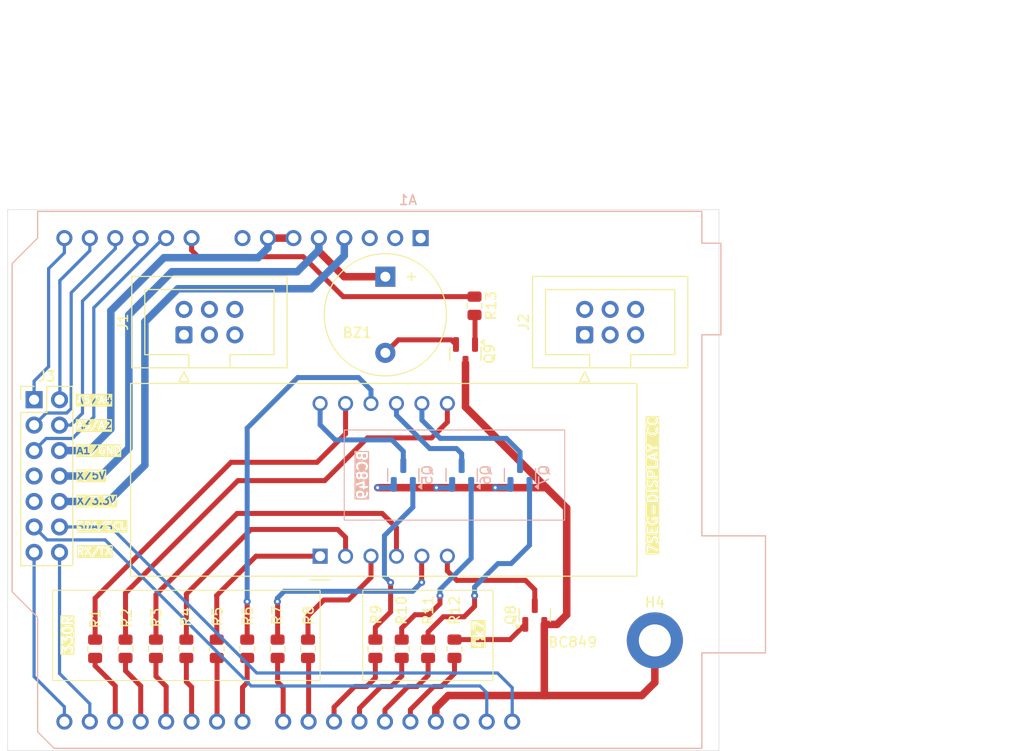
<source format=kicad_pcb>
(kicad_pcb (version 20240108) (generator "pcbnew") (generator_version "8.0")
  (layers (0 "F.Cu" signal) (31 "B.Cu" signal) (34 "B.Paste" user) (35 "F.Paste" user) (36 "B.SilkS" user "B.Silkscreen") (37 "F.SilkS" user "F.Silkscreen") (38 "B.Mask" user) (39 "F.Mask" user) (44 "Edge.Cuts" user))
  (net 0 "")
  (net 1 "/S_E")
  (net 3 "/D3")
  (net 4 "GND")
  (net 5 "/S_F")
  (net 7 "/S_G")
  (net 8 "/D1")
  (net 9 "/D2")
  (net 10 "/S_D")
  (net 11 "+5V")
  (net 13 "/S_DP")
  (net 15 "/S_C")
  (net 16 "/S_A")
  (net 17 "/S_B")
  (net 18 "/D4")
  (net 32 "Net-(U1-a)")
  (net 33 "Net-(U1-b)")
  (net 34 "Net-(U1-c)")
  (net 35 "Net-(U1-d)")
  (net 36 "Net-(U1-e)")
  (net 37 "Net-(U1-f)")
  (net 38 "Net-(U1-g)")
  (net 39 "Net-(U1-DPX)")
  (net 40 "Net-(Q5-B)")
  (net 41 "Net-(Q5-C)")
  (net 42 "Net-(Q6-B)")
  (net 43 "Net-(Q6-C)")
  (net 44 "Net-(Q7-C)")
  (net 45 "Net-(Q7-B)")
  (net 46 "Net-(Q8-B)")
  (net 47 "Net-(Q8-C)")
  (net 50 "/SDA")
  (net 51 "/SCL")
  (net 52 "/TX")
  (net 53 "/RX")
  (net 54 "/BUZZ")
  (net 55 "/A1")
  (net 56 "/A5")
  (net 57 "/A3")
  (net 58 "/A4")
  (net 59 "/A2")
  (net 60 "+3.3V")
  (net 61 "Net-(BZ1--)")
  (net 62 "Net-(Q9-B)")
  (footprint "Display_7Segment:CC56-12YWA" (layer "F.Cu") (at 148.59 88.5952 90)
    (property "Reference" "7SEG-DISPLAY CC" (at 7.0952 33.21 90) (layer "F.SilkS" knockout))
    (property "Value" "CC56-12YWA")
    (pad "1" thru_hole rect (at 0 0 90) (size 1.5 1.5) (drill 1) (layers "*.Cu" "*.Mask") (net 36 "Net-(U1-e)"))
    (pad "2" thru_hole circle (at 0 2.54 90) (size 1.5 1.5) (drill 1) (layers "*.Cu" "*.Mask") (net 35 "Net-(U1-d)"))
    (pad "3" thru_hole circle (at 0 5.08 90) (size 1.5 1.5) (drill 1) (layers "*.Cu" "*.Mask") (net 39 "Net-(U1-DPX)"))
    (pad "4" thru_hole circle (at 0 7.62 90) (size 1.5 1.5) (drill 1) (layers "*.Cu" "*.Mask") (net 34 "Net-(U1-c)"))
    (pad "5" thru_hole circle (at 0 10.16 90) (size 1.5 1.5) (drill 1) (layers "*.Cu" "*.Mask") (net 38 "Net-(U1-g)"))
    (pad "6" thru_hole circle (at 0 12.7 90) (size 1.5 1.5) (drill 1) (layers "*.Cu" "*.Mask") (net 47 "Net-(Q8-C)"))
    (pad "7" thru_hole circle (at 15.24 12.7 90) (size 1.5 1.5) (drill 1) (layers "*.Cu" "*.Mask") (net 33 "Net-(U1-b)"))
    (pad "8" thru_hole circle (at 15.24 10.16 90) (size 1.5 1.5) (drill 1) (layers "*.Cu" "*.Mask") (net 44 "Net-(Q7-C)"))
    (pad "9" thru_hole circle (at 15.24 7.62 90) (size 1.5 1.5) (drill 1) (layers "*.Cu" "*.Mask") (net 43 "Net-(Q6-C)"))
    (pad "10" thru_hole circle (at 15.24 5.08 90) (size 1.5 1.5) (drill 1) (layers "*.Cu" "*.Mask") (net 37 "Net-(U1-f)"))
    (pad "11" thru_hole circle (at 15.24 2.54 90) (size 1.5 1.5) (drill 1) (layers "*.Cu" "*.Mask") (net 32 "Net-(U1-a)"))
    (pad "12" thru_hole circle (at 15.24 0 90) (size 1.5 1.5) (drill 1) (layers "*.Cu" "*.Mask") (net 41 "Net-(Q5-C)"))
  )
  (footprint "Resistor_SMD:R_0805_2012Metric" (layer "F.Cu") (at 162.00175 97.8333 -90)
    (property "Reference" "R12" (at -3.8375 -0.025 90) (layer "F.SilkS"))
    (property "Value" "4k7" (at -1.4403 -2.43785 90) (layer "F.SilkS" knockout) (effects (font (thickness 0.2) (bold yes))))
    (pad "1" smd roundrect (at -0.9125 0 270) (size 1.025 1.4) (layers "F.Cu" "F.Paste" "F.Mask") (roundrect_rratio 0.243902) (net 46 "Net-(Q8-B)"))
    (pad "2" smd roundrect (at 0.9125 0 270) (size 1.025 1.4) (layers "F.Cu" "F.Paste" "F.Mask") (roundrect_rratio 0.243902) (net 18 "/D4"))
  )
  (footprint "Buzzer_Beeper:Buzzer_12x9.5RM7.6" (layer "F.Cu") (at 155.1 60.7 -90)
    (property "Reference" "BZ1" (at 5.6 2.8 180) (layer "F.SilkS"))
    (property "Value" "Buzzer CMI-1295-0585T")
    (fp_text user "+" (at -0.01 -2.54 90) (layer "F.SilkS"))
    (pad "1" thru_hole rect (at 0 0 270) (size 2 2) (drill 1) (layers "*.Cu" "*.Mask") (net 11 "+5V"))
    (pad "2" thru_hole circle (at 7.6 0 270) (size 2 2) (drill 1) (layers "*.Cu" "*.Mask") (net 61 "Net-(BZ1--)"))
  )
  (footprint "Connector_PinHeader_2.54mm:PinHeader_2x07_P2.54mm_Vertical" (layer "F.Cu") (at 120.0404 72.9742)
    (property "Reference" "J3" (at 1.27 -2.33 0) (layer "F.SilkS"))
    (property "Value" "Conn_01x14")
    (pad "1" thru_hole rect (at 0 0) (size 1.7 1.7) (drill 1) (layers "*.Cu" "*.Mask") (net 56 "/A5"))
    (pad "2" thru_hole oval (at 2.54 0) (size 1.7 1.7) (drill 1) (layers "*.Cu" "*.Mask") (net 58 "/A4"))
    (pad "3" thru_hole oval (at 0 2.54) (size 1.7 1.7) (drill 1) (layers "*.Cu" "*.Mask") (net 57 "/A3"))
    (pad "4" thru_hole oval (at 2.54 2.54) (size 1.7 1.7) (drill 1) (layers "*.Cu" "*.Mask") (net 59 "/A2"))
    (pad "5" thru_hole oval (at 0 5.08) (size 1.7 1.7) (drill 1) (layers "*.Cu" "*.Mask") (net 55 "/A1"))
    (pad "6" thru_hole oval (at 2.54 5.08) (size 1.7 1.7) (drill 1) (layers "*.Cu" "*.Mask") (net 4 "GND"))
    (pad "7" thru_hole oval (at 0 7.62) (size 1.7 1.7) (drill 1) (layers "*.Cu" "*.Mask"))
    (pad "8" thru_hole oval (at 2.54 7.62) (size 1.7 1.7) (drill 1) (layers "*.Cu" "*.Mask") (net 11 "+5V"))
    (pad "9" thru_hole oval (at 0 10.16) (size 1.7 1.7) (drill 1) (layers "*.Cu" "*.Mask"))
    (pad "10" thru_hole oval (at 2.54 10.16) (size 1.7 1.7) (drill 1) (layers "*.Cu" "*.Mask") (net 60 "+3.3V"))
    (pad "11" thru_hole oval (at 0 12.7) (size 1.7 1.7) (drill 1) (layers "*.Cu" "*.Mask") (net 50 "/SDA"))
    (pad "12" thru_hole oval (at 2.54 12.7) (size 1.7 1.7) (drill 1) (layers "*.Cu" "*.Mask") (net 51 "/SCL"))
    (pad "13" thru_hole oval (at 0 15.24) (size 1.7 1.7) (drill 1) (layers "*.Cu" "*.Mask") (net 53 "/RX"))
    (pad "14" thru_hole oval (at 2.54 15.24) (size 1.7 1.7) (drill 1) (layers "*.Cu" "*.Mask") (net 52 "/TX"))
  )
  (footprint "Resistor_SMD:R_0805_2012Metric" (layer "F.Cu") (at 126.13205 97.8375 90)
    (property "Reference" "R1" (at 3.0125 0.025 90) (layer "F.SilkS"))
    (property "Value" "330R" (at 1.3937 -2.72065 90) (layer "F.SilkS" knockout) (effects (font (thickness 0.2) (bold yes))))
    (pad "1" smd roundrect (at -0.9125 0 90) (size 1.025 1.4) (layers "F.Cu" "F.Paste" "F.Mask") (roundrect_rratio 0.243902) (net 16 "/S_A"))
    (pad "2" smd roundrect (at 0.9125 0 90) (size 1.025 1.4) (layers "F.Cu" "F.Paste" "F.Mask") (roundrect_rratio 0.243902) (net 32 "Net-(U1-a)"))
  )
  (footprint "Resistor_SMD:R_0805_2012Metric" (layer "F.Cu") (at 129.167766 97.8375 90)
    (property "Reference" "R2" (at 3.0625 0.110716 90) (layer "F.SilkS"))
    (property "Value" "330R" (hide yes))
    (pad "1" smd roundrect (at -0.9125 0 90) (size 1.025 1.4) (layers "F.Cu" "F.Paste" "F.Mask") (roundrect_rratio 0.243902) (net 17 "/S_B"))
    (pad "2" smd roundrect (at 0.9125 0 90) (size 1.025 1.4) (layers "F.Cu" "F.Paste" "F.Mask") (roundrect_rratio 0.243902) (net 33 "Net-(U1-b)"))
  )
  (footprint "Connector_IDC:IDC-Header_2x03_P2.54mm_Vertical" (layer "F.Cu") (at 135 66.5 90)
    (property "Reference" "J1" (at 1.27 -6.1 90) (layer "F.SilkS"))
    (property "Value" "Conn_02x03_Odd_Even")
    (pad "1" thru_hole roundrect (at 0 0 90) (size 1.7 1.7) (drill 1) (layers "*.Cu" "*.Mask") (roundrect_rratio 0.147059))
    (pad "2" thru_hole circle (at 2.54 0 90) (size 1.7 1.7) (drill 1) (layers "*.Cu" "*.Mask"))
    (pad "3" thru_hole circle (at 0 2.54 90) (size 1.7 1.7) (drill 1) (layers "*.Cu" "*.Mask"))
    (pad "4" thru_hole circle (at 2.54 2.54 90) (size 1.7 1.7) (drill 1) (layers "*.Cu" "*.Mask"))
    (pad "5" thru_hole circle (at 0 5.08 90) (size 1.7 1.7) (drill 1) (layers "*.Cu" "*.Mask"))
    (pad "6" thru_hole circle (at 2.54 5.08 90) (size 1.7 1.7) (drill 1) (layers "*.Cu" "*.Mask"))
  )
  (footprint "Resistor_SMD:R_0805_2012Metric" (layer "F.Cu") (at 138.274908 97.8375 90)
    (property "Reference" "R5" (at 3.2125 0.067858 90) (layer "F.SilkS"))
    (property "Value" "330R" (hide yes))
    (pad "1" smd roundrect (at -0.9125 0 90) (size 1.025 1.4) (layers "F.Cu" "F.Paste" "F.Mask") (roundrect_rratio 0.243902) (net 1 "/S_E"))
    (pad "2" smd roundrect (at 0.9125 0 90) (size 1.025 1.4) (layers "F.Cu" "F.Paste" "F.Mask") (roundrect_rratio 0.243902) (net 36 "Net-(U1-e)"))
  )
  (footprint "Resistor_SMD:R_0805_2012Metric" (layer "F.Cu") (at 147.38205 97.8375 90)
    (property "Reference" "R8" (at 3.3375 0.05 90) (layer "F.SilkS"))
    (property "Value" "330R" (hide yes))
    (pad "1" smd roundrect (at -0.9125 0 90) (size 1.025 1.4) (layers "F.Cu" "F.Paste" "F.Mask") (roundrect_rratio 0.243902) (net 13 "/S_DP"))
    (pad "2" smd roundrect (at 0.9125 0 90) (size 1.025 1.4) (layers "F.Cu" "F.Paste" "F.Mask") (roundrect_rratio 0.243902) (net 39 "Net-(U1-DPX)"))
  )
  (footprint "Resistor_SMD:R_0805_2012Metric" (layer "F.Cu") (at 156.735084 97.8333 -90)
    (property "Reference" "R10" (at -3.8375 0.016666 90) (layer "F.SilkS"))
    (property "Value" "4k7" (hide yes))
    (pad "1" smd roundrect (at -0.9125 0 270) (size 1.025 1.4) (layers "F.Cu" "F.Paste" "F.Mask") (roundrect_rratio 0.243902) (net 42 "Net-(Q6-B)"))
    (pad "2" smd roundrect (at 0.9125 0 270) (size 1.025 1.4) (layers "F.Cu" "F.Paste" "F.Mask") (roundrect_rratio 0.243902) (net 9 "/D2"))
  )
  (footprint "Package_TO_SOT_SMD:SOT-23" (layer "F.Cu") (at 163.1 68.4 -90)
    (property "Reference" "Q9" (at 0 -2.4 90) (layer "F.SilkS"))
    (property "Value" "BC849")
    (pad "1" smd roundrect (at -0.9375 -0.95 270) (size 1.475 0.6) (layers "F.Cu" "F.Paste" "F.Mask") (net 62 "Net-(Q9-B)"))
    (pad "2" smd roundrect (at -0.9375 0.95 270) (size 1.475 0.6) (layers "F.Cu" "F.Paste" "F.Mask") (net 61 "Net-(BZ1--)"))
    (pad "3" smd roundrect (at 0.9375 0 270) (size 1.475 0.6) (layers "F.Cu" "F.Paste" "F.Mask") (net 4 "GND"))
  )
  (footprint "Resistor_SMD:R_0805_2012Metric" (layer "F.Cu") (at 132.20348 97.8375 90)
    (property "Reference" "R3" (at 3.1125 0.02143 90) (layer "F.SilkS"))
    (property "Value" "330R" (hide yes))
    (pad "1" smd roundrect (at -0.9125 0 90) (size 1.025 1.4) (layers "F.Cu" "F.Paste" "F.Mask") (roundrect_rratio 0.243902) (net 15 "/S_C"))
    (pad "2" smd roundrect (at 0.9125 0 90) (size 1.025 1.4) (layers "F.Cu" "F.Paste" "F.Mask") (roundrect_rratio 0.243902) (net 34 "Net-(U1-c)"))
  )
  (footprint "Connector_IDC:IDC-Header_2x03_P2.54mm_Vertical" (layer "F.Cu") (at 175 66.5 90)
    (property "Reference" "J2" (at 1.27 -6.1 90) (layer "F.SilkS"))
    (property "Value" "Conn_02x03_Odd_Even")
    (pad "1" thru_hole roundrect (at 0 0 90) (size 1.7 1.7) (drill 1) (layers "*.Cu" "*.Mask") (roundrect_rratio 0.147059))
    (pad "2" thru_hole circle (at 2.54 0 90) (size 1.7 1.7) (drill 1) (layers "*.Cu" "*.Mask"))
    (pad "3" thru_hole circle (at 0 2.54 90) (size 1.7 1.7) (drill 1) (layers "*.Cu" "*.Mask"))
    (pad "4" thru_hole circle (at 2.54 2.54 90) (size 1.7 1.7) (drill 1) (layers "*.Cu" "*.Mask"))
    (pad "5" thru_hole circle (at 0 5.08 90) (size 1.7 1.7) (drill 1) (layers "*.Cu" "*.Mask"))
    (pad "6" thru_hole circle (at 2.54 5.08 90) (size 1.7 1.7) (drill 1) (layers "*.Cu" "*.Mask"))
  )
  (footprint "Resistor_SMD:R_0805_2012Metric" (layer "F.Cu") (at 144.346336 97.8375 90)
    (property "Reference" "R7" (at 3.3375 -0.035714 90) (layer "F.SilkS"))
    (property "Value" "330R" (hide yes))
    (pad "1" smd roundrect (at -0.9125 0 90) (size 1.025 1.4) (layers "F.Cu" "F.Paste" "F.Mask") (roundrect_rratio 0.243902) (net 7 "/S_G"))
    (pad "2" smd roundrect (at 0.9125 0 90) (size 1.025 1.4) (layers "F.Cu" "F.Paste" "F.Mask") (roundrect_rratio 0.243902) (net 38 "Net-(U1-g)"))
  )
  (footprint "Resistor_SMD:R_0805_2012Metric" (layer "F.Cu") (at 141.310622 97.8375 90)
    (property "Reference" "R6" (at 3.2625 0.053572 90) (layer "F.SilkS"))
    (property "Value" "330R" (hide yes))
    (pad "1" smd roundrect (at -0.9125 0 90) (size 1.025 1.4) (layers "F.Cu" "F.Paste" "F.Mask") (roundrect_rratio 0.243902) (net 5 "/S_F"))
    (pad "2" smd roundrect (at 0.9125 0 90) (size 1.025 1.4) (layers "F.Cu" "F.Paste" "F.Mask") (roundrect_rratio 0.243902) (net 37 "Net-(U1-f)"))
  )
  (footprint "Resistor_SMD:R_0805_2012Metric" (layer "F.Cu") (at 135.239194 97.8375 90)
    (property "Reference" "R4" (at 3.1875 -0.017856 90) (layer "F.SilkS"))
    (property "Value" "330R" (hide yes))
    (pad "1" smd roundrect (at -0.9125 0 90) (size 1.025 1.4) (layers "F.Cu" "F.Paste" "F.Mask") (roundrect_rratio 0.243902) (net 10 "/S_D"))
    (pad "2" smd roundrect (at 0.9125 0 90) (size 1.025 1.4) (layers "F.Cu" "F.Paste" "F.Mask") (roundrect_rratio 0.243902) (net 35 "Net-(U1-d)"))
  )
  (footprint "Resistor_SMD:R_0805_2012Metric" (layer "F.Cu") (at 159.368417 97.8333 -90)
    (property "Reference" "R11" (at -3.8375 0.008333 90) (layer "F.SilkS"))
    (property "Value" "4k7" (hide yes))
    (pad "1" smd roundrect (at -0.9125 0 270) (size 1.025 1.4) (layers "F.Cu" "F.Paste" "F.Mask") (roundrect_rratio 0.243902) (net 45 "Net-(Q7-B)"))
    (pad "2" smd roundrect (at 0.9125 0 270) (size 1.025 1.4) (layers "F.Cu" "F.Paste" "F.Mask") (roundrect_rratio 0.243902) (net 3 "/D3"))
  )
  (footprint "Resistor_SMD:R_0805_2012Metric" (layer "F.Cu") (at 164 63.6 -90)
    (property "Reference" "R13" (at 0 -1.65 90) (layer "F.SilkS"))
    (property "Value" "4k7")
    (pad "1" smd roundrect (at -0.9125 0 270) (size 1.025 1.4) (layers "F.Cu" "F.Paste" "F.Mask") (roundrect_rratio 0.243902) (net 54 "/BUZZ"))
    (pad "2" smd roundrect (at 0.9125 0 270) (size 1.025 1.4) (layers "F.Cu" "F.Paste" "F.Mask") (roundrect_rratio 0.243902) (net 62 "Net-(Q9-B)"))
  )
  (footprint "Package_TO_SOT_SMD:SOT-23" (layer "F.Cu") (at 170.0174 94.4649 90)
    (property "Reference" "Q8" (at 0 -2.4 90) (layer "F.SilkS"))
    (property "Value" "BC849" (at -2.7155 3.7694 180) (layer "F.SilkS"))
    (pad "1" smd roundrect (at -0.9375 -0.95 90) (size 1.475 0.6) (layers "F.Cu" "F.Paste" "F.Mask") (net 46 "Net-(Q8-B)"))
    (pad "2" smd roundrect (at -0.9375 0.95 90) (size 1.475 0.6) (layers "F.Cu" "F.Paste" "F.Mask") (net 4 "GND"))
    (pad "3" smd roundrect (at 0.9375 0 90) (size 1.475 0.6) (layers "F.Cu" "F.Paste" "F.Mask") (net 47 "Net-(Q8-C)"))
  )
  (footprint "Resistor_SMD:R_0805_2012Metric" (layer "F.Cu") (at 154.10175 97.8333 -90)
    (property "Reference" "R9" (at -3.4125 -0.075 90) (layer "F.SilkS"))
    (property "Value" "4k7" (hide yes))
    (pad "1" smd roundrect (at -0.9125 0 270) (size 1.025 1.4) (layers "F.Cu" "F.Paste" "F.Mask") (roundrect_rratio 0.243902) (net 40 "Net-(Q5-B)"))
    (pad "2" smd roundrect (at 0.9125 0 270) (size 1.025 1.4) (layers "F.Cu" "F.Paste" "F.Mask") (roundrect_rratio 0.243902) (net 8 "/D1"))
  )
  (footprint "MountingHole:MountingHole_3.2mm_M3_DIN965_Pad" (layer "F.Cu") (at 182 97)
    (property "Reference" "H4" (at 0 -3.8 0) (layer "F.SilkS"))
    (property "Value" "MountingHole_Pad")
    (pad "1" thru_hole circle (at 0 0) (size 5.6 5.6) (drill 3.2) (layers "*.Cu" "*.Mask") (net 4 "GND"))
  )
  (footprint "Package_TO_SOT_SMD:SOT-23" (layer "B.Cu") (at 156.8931 80.4926 90)
    (property "Reference" "Q5" (at 0 2.4 90) (layer "B.SilkS") (effects (justify mirror)))
    (property "Value" "BC849" (at 0 -4.075 90) (layer "B.SilkS" knockout) (effects (font (thickness 0.2) (bold yes)) (justify mirror)))
    (pad "1" smd roundrect (at -0.9375 0.95 90) (size 1.475 0.6) (layers "B.Cu" "B.Paste" "B.Mask") (net 40 "Net-(Q5-B)"))
    (pad "2" smd roundrect (at -0.9375 -0.95 90) (size 1.475 0.6) (layers "B.Cu" "B.Paste" "B.Mask") (net 4 "GND"))
    (pad "3" smd roundrect (at 0.9375 0 90) (size 1.475 0.6) (layers "B.Cu" "B.Paste" "B.Mask") (net 41 "Net-(Q5-C)"))
  )
  (footprint "Module:Arduino_UNO_R3" (layer "B.Cu") (at 158.623 56.8452 180)
    (property "Reference" "A1" (at 1.27 3.81 0) (layer "B.SilkS") (effects (justify mirror)))
    (property "Value" "Arduino_UNO_R3")
    (pad "1" thru_hole rect (at 0 0 90) (size 1.6 1.6) (drill 1) (layers "*.Cu" "*.Mask"))
    (pad "2" thru_hole oval (at 2.54 0 90) (size 1.6 1.6) (drill 1) (layers "*.Cu" "*.Mask"))
    (pad "3" thru_hole oval (at 5.08 0 90) (size 1.6 1.6) (drill 1) (layers "*.Cu" "*.Mask"))
    (pad "4" thru_hole oval (at 7.62 0 90) (size 1.6 1.6) (drill 1) (layers "*.Cu" "*.Mask") (net 60 "+3.3V"))
    (pad "5" thru_hole oval (at 10.16 0 90) (size 1.6 1.6) (drill 1) (layers "*.Cu" "*.Mask") (net 11 "+5V"))
    (pad "6" thru_hole oval (at 12.7 0 90) (size 1.6 1.6) (drill 1) (layers "*.Cu" "*.Mask") (net 4 "GND"))
    (pad "7" thru_hole oval (at 15.24 0 90) (size 1.6 1.6) (drill 1) (layers "*.Cu" "*.Mask") (net 4 "GND"))
    (pad "8" thru_hole oval (at 17.78 0 90) (size 1.6 1.6) (drill 1) (layers "*.Cu" "*.Mask"))
    (pad "9" thru_hole oval (at 22.86 0 90) (size 1.6 1.6) (drill 1) (layers "*.Cu" "*.Mask") (net 54 "/BUZZ"))
    (pad "10" thru_hole oval (at 25.4 0 90) (size 1.6 1.6) (drill 1) (layers "*.Cu" "*.Mask") (net 55 "/A1"))
    (pad "11" thru_hole oval (at 27.94 0 90) (size 1.6 1.6) (drill 1) (layers "*.Cu" "*.Mask") (net 59 "/A2"))
    (pad "12" thru_hole oval (at 30.48 0 90) (size 1.6 1.6) (drill 1) (layers "*.Cu" "*.Mask") (net 57 "/A3"))
    (pad "13" thru_hole oval (at 33.02 0 90) (size 1.6 1.6) (drill 1) (layers "*.Cu" "*.Mask") (net 58 "/A4"))
    (pad "14" thru_hole oval (at 35.56 0 90) (size 1.6 1.6) (drill 1) (layers "*.Cu" "*.Mask") (net 56 "/A5"))
    (pad "15" thru_hole oval (at 35.56 -48.26 90) (size 1.6 1.6) (drill 1) (layers "*.Cu" "*.Mask") (net 53 "/RX"))
    (pad "16" thru_hole oval (at 33.02 -48.26 90) (size 1.6 1.6) (drill 1) (layers "*.Cu" "*.Mask") (net 52 "/TX"))
    (pad "17" thru_hole oval (at 30.48 -48.26 90) (size 1.6 1.6) (drill 1) (layers "*.Cu" "*.Mask") (net 16 "/S_A"))
    (pad "18" thru_hole oval (at 27.94 -48.26 90) (size 1.6 1.6) (drill 1) (layers "*.Cu" "*.Mask") (net 17 "/S_B"))
    (pad "19" thru_hole oval (at 25.4 -48.26 90) (size 1.6 1.6) (drill 1) (layers "*.Cu" "*.Mask") (net 15 "/S_C"))
    (pad "20" thru_hole oval (at 22.86 -48.26 90) (size 1.6 1.6) (drill 1) (layers "*.Cu" "*.Mask") (net 10 "/S_D"))
    (pad "21" thru_hole oval (at 20.32 -48.26 90) (size 1.6 1.6) (drill 1) (layers "*.Cu" "*.Mask") (net 1 "/S_E"))
    (pad "22" thru_hole oval (at 17.78 -48.26 90) (size 1.6 1.6) (drill 1) (layers "*.Cu" "*.Mask") (net 5 "/S_F"))
    (pad "23" thru_hole oval (at 13.72 -48.26 90) (size 1.6 1.6) (drill 1) (layers "*.Cu" "*.Mask") (net 7 "/S_G"))
    (pad "24" thru_hole oval (at 11.18 -48.26 90) (size 1.6 1.6) (drill 1) (layers "*.Cu" "*.Mask") (net 13 "/S_DP"))
    (pad "25" thru_hole oval (at 8.64 -48.26 90) (size 1.6 1.6) (drill 1) (layers "*.Cu" "*.Mask") (net 8 "/D1"))
    (pad "26" thru_hole oval (at 6.1 -48.26 90) (size 1.6 1.6) (drill 1) (layers "*.Cu" "*.Mask") (net 9 "/D2"))
    (pad "27" thru_hole oval (at 3.56 -48.26 90) (size 1.6 1.6) (drill 1) (layers "*.Cu" "*.Mask") (net 3 "/D3"))
    (pad "28" thru_hole oval (at 1.02 -48.26 90) (size 1.6 1.6) (drill 1) (layers "*.Cu" "*.Mask") (net 18 "/D4"))
    (pad "29" thru_hole oval (at -1.52 -48.26 90) (size 1.6 1.6) (drill 1) (layers "*.Cu" "*.Mask") (net 4 "GND"))
    (pad "30" thru_hole oval (at -4.06 -48.26 90) (size 1.6 1.6) (drill 1) (layers "*.Cu" "*.Mask"))
    (pad "31" thru_hole oval (at -6.6 -48.26 90) (size 1.6 1.6) (drill 1) (layers "*.Cu" "*.Mask") (net 50 "/SDA"))
    (pad "32" thru_hole oval (at -9.14 -48.26 90) (size 1.6 1.6) (drill 1) (layers "*.Cu" "*.Mask") (net 51 "/SCL"))
  )
  (footprint "Package_TO_SOT_SMD:SOT-23" (layer "B.Cu") (at 168.5431 80.4926 90)
    (property "Reference" "Q7" (at 0 2.4 90) (layer "B.SilkS") (effects (justify mirror)))
    (property "Value" "BC849" (hide yes))
    (pad "1" smd roundrect (at -0.9375 0.95 90) (size 1.475 0.6) (layers "B.Cu" "B.Paste" "B.Mask") (net 45 "Net-(Q7-B)"))
    (pad "2" smd roundrect (at -0.9375 -0.95 90) (size 1.475 0.6) (layers "B.Cu" "B.Paste" "B.Mask") (net 4 "GND"))
    (pad "3" smd roundrect (at 0.9375 0 90) (size 1.475 0.6) (layers "B.Cu" "B.Paste" "B.Mask") (net 44 "Net-(Q7-C)"))
  )
  (footprint "Package_TO_SOT_SMD:SOT-23" (layer "B.Cu") (at 162.7181 80.4926 90)
    (property "Reference" "Q6" (at 0 2.4 90) (layer "B.SilkS") (effects (justify mirror)))
    (property "Value" "BC849" (hide yes))
    (pad "1" smd roundrect (at -0.9375 0.95 90) (size 1.475 0.6) (layers "B.Cu" "B.Paste" "B.Mask") (net 42 "Net-(Q6-B)"))
    (pad "2" smd roundrect (at -0.9375 -0.95 90) (size 1.475 0.6) (layers "B.Cu" "B.Paste" "B.Mask") (net 4 "GND"))
    (pad "3" smd roundrect (at 0.9375 0 90) (size 1.475 0.6) (layers "B.Cu" "B.Paste" "B.Mask") (net 43 "Net-(Q6-C)"))
  )
  (gr_rect (start 151 76) (end 173 85) (stroke (width 0.1)) (fill none) (layer "B.SilkS"))
  (gr_rect (start 121.89 92) (end 148.59 101) (stroke (width 0.1)) (fill none) (layer "F.SilkS"))
  (gr_rect (start 152.8438 91.9958) (end 165.8438 100.9958) (stroke (width 0.1)) (fill none) (layer "F.SilkS"))
  (gr_line (start 188.4 54) (end 117.4 54) (stroke (width 0.05)) (layer "Edge.Cuts"))
  (gr_line (start 117.4 54) (end 117.4 108) (stroke (width 0.05)) (layer "Edge.Cuts"))
  (gr_line (start 188.4 108) (end 188.4 54) (stroke (width 0.05)) (layer "Edge.Cuts"))
  (gr_line (start 117.4 108) (end 188.4 108) (stroke (width 0.05)) (layer "Edge.Cuts"))
  (gr_text "X/3.3V" (at 124.2 83.5 0) (layer "F.SilkS" knockout) (effects (font (size 0.75 0.75) (thickness 0.15) (bold yes)) (justify left bottom)))
  (gr_text "A5/A4" (at 124.2 73.433336 0) (layer "F.SilkS" knockout) (effects (font (size 0.75 0.75) (thickness 0.15) (bold yes)) (justify left bottom)))
  (gr_text "X/5V" (at 124.2 80.983334 0) (layer "F.SilkS" knockout) (effects (font (size 0.75 0.75) (thickness 0.15) (bold yes)) (justify left bottom)))
  (gr_text "A3/A2" (at 124.2 75.950002 0) (layer "F.SilkS" knockout) (effects (font (size 0.75 0.75) (thickness 0.15) (bold yes)) (justify left bottom)))
  (gr_text "RX/TX" (at 124.2 88.533336 0) (layer "F.SilkS" knockout) (effects (font (size 0.75 0.75) (thickness 0.15) (bold yes)) (justify left bottom)))
  (gr_text "A1/GND" (at 124.2 78.466668 0) (layer "F.SilkS" knockout) (effects (font (size 0.75 0.75) (thickness 0.15) (bold yes)) (justify left bottom)))
  (gr_text "SDA/SCL" (at 124.2 86.016666 0) (layer "F.SilkS" knockout) (effects (font (size 0.75 0.75) (thickness 0.15) (bold yes)) (justify left bottom)))
  (segment (start 138.303 105.1052) (end 138.303 98.778092) (width 0.5) (layer "F.Cu") (net 1))
  (segment (start 138.303 98.778092) (end 138.274908 98.75) (width 0.5) (layer "F.Cu") (net 1))
  (segment (start 159.368417 100.498983) (end 159.368417 98.7458) (width 0.5) (layer "F.Cu") (net 3))
  (segment (start 155.063 103.9154) (end 157.3784 101.6) (width 0.5) (layer "F.Cu") (net 3))
  (segment (start 155.063 105.1052) (end 155.063 103.9154) (width 0.5) (layer "F.Cu") (net 3))
  (segment (start 157.3784 101.6) (end 158.2674 101.6) (width 0.5) (layer "F.Cu") (net 3))
  (segment (start 158.2674 101.6) (end 159.368417 100.498983) (width 0.5) (layer "F.Cu") (net 3))
  (segment (start 170.9784 102.5) (end 180.7 102.5) (width 0.75) (layer "F.Cu") (net 4))
  (segment (start 173.2026 83.7946) (end 173.2026 94.4372) (width 0.75) (layer "F.Cu") (net 4))
  (segment (start 172.2374 95.4024) (end 170.9674 95.4024) (width 0.75) (layer "F.Cu") (net 4))
  (segment (start 171.1631 81.7551) (end 171.1551 81.7551) (width 0.75) (layer "F.Cu") (net 4))
  (segment (start 173.2026 94.4372) (end 172.2374 95.4024) (width 0.75) (layer "F.Cu") (net 4))
  (segment (start 170.9564 102.5) (end 170.9674 102.489) (width 0.75) (layer "F.Cu") (net 4))
  (segment (start 143.383 56.8452) (end 145.923 56.8452) (width 0.75) (layer "F.Cu") (net 4))
  (segment (start 171.1551 81.7551) (end 163.1 73.7) (width 0.75) (layer "F.Cu") (net 4))
  (segment (start 160.143 103.7376) (end 161.3806 102.5) (width 0.75) (layer "F.Cu") (net 4))
  (segment (start 172.1612 82.7532) (end 171.1631 81.7551) (width 0.75) (layer "F.Cu") (net 4))
  (segment (start 161.3806 102.5) (end 170.9564 102.5) (width 0.75) (layer "F.Cu") (net 4))
  (segment (start 172.1612 82.7532) (end 173.2026 83.7946) (width 0.75) (layer "F.Cu") (net 4))
  (segment (start 171.1631 81.7551) (end 166.0681 81.7551) (width 0.75) (layer "F.Cu") (net 4))
  (segment (start 160.19925 81.7551) (end 166.0681 81.7551) (width 0.75) (layer "F.Cu") (net 4))
  (segment (start 180.7 102.5) (end 182 101.2) (width 0.75) (layer "F.Cu") (net 4))
  (segment (start 182 101.2) (end 182 97) (width 0.75) (layer "F.Cu") (net 4))
  (segment (start 154.3304 81.7551) (end 160.19925 81.7551) (width 0.75) (layer "F.Cu") (net 4))
  (segment (start 163.1 73.7) (end 163.1 69.3375) (width 0.75) (layer "F.Cu") (net 4))
  (segment (start 170.9674 102.489) (end 170.9784 102.5) (width 0.75) (layer "F.Cu") (net 4))
  (segment (start 160.143 105.1052) (end 160.143 103.7376) (width 0.75) (layer "F.Cu") (net 4))
  (segment (start 170.9674 95.4024) (end 170.9674 102.489) (width 0.75) (layer "F.Cu") (net 4))
  (via (at 166.0681 81.7551) (size 0.7) (drill 0.3) (layers "F.Cu" "B.Cu") (net 4))
  (via (at 154.3304 81.7551) (size 0.7) (drill 0.3) (layers "F.Cu" "B.Cu") (net 4))
  (via (at 160.19925 81.7551) (size 0.7) (drill 0.3) (layers "F.Cu" "B.Cu") (net 4))
  (segment (start 127.7 64.1) (end 127.7 75.9) (width 0.75) (layer "B.Cu") (net 4))
  (segment (start 143.383 57.817) (end 142.4 58.8) (width 0.75) (layer "B.Cu") (net 4))
  (segment (start 155.6181 81.7551) (end 155.9431 81.4301) (width 0.5) (layer "B.Cu") (net 4))
  (segment (start 161.4431 81.7551) (end 161.7681 81.4301) (width 0.5) (layer "B.Cu") (net 4))
  (segment (start 166.0681 81.7551) (end 167.2681 81.7551) (width 0.5) (layer "B.Cu") (net 4))
  (segment (start 133 58.8) (end 127.7 64.1) (width 0.75) (layer "B.Cu") (net 4))
  (segment (start 125.5458 78.0542) (end 122.5804 78.0542) (width 0.75) (layer "B.Cu") (net 4))
  (segment (start 142.4 58.8) (end 133 58.8) (width 0.75) (layer "B.Cu") (net 4))
  (segment (start 160.19925 81.7551) (end 161.4431 81.7551) (width 0.5) (layer "B.Cu") (net 4))
  (segment (start 143.383 56.8452) (end 143.383 57.817) (width 0.75) (layer "B.Cu") (net 4))
  (segment (start 127.7 75.9) (end 125.5458 78.0542) (width 0.75) (layer "B.Cu") (net 4))
  (segment (start 154.3304 81.7551) (end 155.6181 81.7551) (width 0.5) (layer "B.Cu") (net 4))
  (segment (start 167.2681 81.7551) (end 167.5931 81.4301) (width 0.5) (layer "B.Cu") (net 4))
  (segment (start 140.843 101.6889) (end 141.310622 101.221278) (width 0.5) (layer "F.Cu") (net 5))
  (segment (start 141.310622 101.221278) (end 141.310622 98.75) (width 0.5) (layer "F.Cu") (net 5))
  (segment (start 140.843 105.1052) (end 140.843 101.6889) (width 0.5) (layer "F.Cu") (net 5))
  (segment (start 144.903 101.703) (end 144.346336 101.146336) (width 0.5) (layer "F.Cu") (net 7))
  (segment (start 144.346336 101.146336) (end 144.346336 98.75) (width 0.5) (layer "F.Cu") (net 7))
  (segment (start 144.903 105.1052) (end 144.903 101.703) (width 0.5) (layer "F.Cu") (net 7))
  (segment (start 154.10175 100.73645) (end 154.10175 98.7458) (width 0.5) (layer "F.Cu") (net 8))
  (segment (start 149.983 103.6614) (end 152.0444 101.6) (width 0.5) (layer "F.Cu") (net 8))
  (segment (start 153.2382 101.6) (end 154.10175 100.73645) (width 0.5) (layer "F.Cu") (net 8))
  (segment (start 149.983 105.1052) (end 149.983 103.6614) (width 0.5) (layer "F.Cu") (net 8))
  (segment (start 152.0444 101.6) (end 153.2382 101.6) (width 0.5) (layer "F.Cu") (net 8))
  (segment (start 152.523 103.763) (end 154.686 101.6) (width 0.5) (layer "F.Cu") (net 9))
  (segment (start 154.686 101.6) (end 155.702 101.6) (width 0.5) (layer "F.Cu") (net 9))
  (segment (start 152.523 105.1052) (end 152.523 103.763) (width 0.5) (layer "F.Cu") (net 9))
  (segment (start 155.702 101.6) (end 156.735084 100.566916) (width 0.5) (layer "F.Cu") (net 9))
  (segment (start 156.735084 100.566916) (end 156.735084 98.7458) (width 0.5) (layer "F.Cu") (net 9))
  (segment (start 135.239194 101.126994) (end 135.239194 98.75) (width 0.5) (layer "F.Cu") (net 10))
  (segment (start 135.763 105.1052) (end 135.763 101.6508) (width 0.5) (layer "F.Cu") (net 10))
  (segment (start 135.763 101.6508) (end 135.239194 101.126994) (width 0.5) (layer "F.Cu") (net 10))
  (segment (start 151 60.7) (end 155.1 60.7) (width 0.75) (layer "F.Cu") (net 11))
  (segment (start 148.463 58.163) (end 151 60.7) (width 0.75) (layer "F.Cu") (net 11))
  (segment (start 148.463 56.8452) (end 148.463 58.163) (width 0.75) (layer "F.Cu") (net 11))
  (segment (start 133.8 60.2) (end 129.5 64.5) (width 0.75) (layer "B.Cu") (net 11))
  (segment (start 148.463 56.8452) (end 148.463 58.037) (width 0.75) (layer "B.Cu") (net 11))
  (segment (start 129.5 77.8) (end 126.7058 80.5942) (width 0.75) (layer "B.Cu") (net 11))
  (segment (start 129.5 64.5) (end 129.5 77.8) (width 0.75) (layer "B.Cu") (net 11))
  (segment (start 148.463 58.037) (end 146.3 60.2) (width 0.75) (layer "B.Cu") (net 11))
  (segment (start 146.3 60.2) (end 133.8 60.2) (width 0.75) (layer "B.Cu") (net 11))
  (segment (start 126.7058 80.5942) (end 122.5804 80.5942) (width 0.75) (layer "B.Cu") (net 11))
  (segment (start 147.443 98.81095) (end 147.38205 98.75) (width 0.5) (layer "F.Cu") (net 13))
  (segment (start 147.443 105.1052) (end 147.443 98.81095) (width 0.5) (layer "F.Cu") (net 13))
  (segment (start 133.223 101.6) (end 132.20348 100.58048) (width 0.5) (layer "F.Cu") (net 15))
  (segment (start 132.20348 100.58048) (end 132.20348 98.75) (width 0.5) (layer "F.Cu") (net 15))
  (segment (start 133.223 105.1052) (end 133.223 101.6) (width 0.5) (layer "F.Cu") (net 15))
  (segment (start 128.143 101.5492) (end 126.13205 99.53825) (width 0.5) (layer "F.Cu") (net 16))
  (segment (start 128.143 105.1052) (end 128.143 101.5492) (width 0.5) (layer "F.Cu") (net 16))
  (segment (start 126.13205 99.53825) (end 126.13205 98.75) (width 0.5) (layer "F.Cu") (net 16))
  (segment (start 130.683 105.1052) (end 130.683 101.5492) (width 0.5) (layer "F.Cu") (net 17))
  (segment (start 130.683 101.5492) (end 129.167766 100.033966) (width 0.5) (layer "F.Cu") (net 17))
  (segment (start 129.167766 100.033966) (end 129.167766 98.75) (width 0.5) (layer "F.Cu") (net 17))
  (segment (start 162.00175 100.30405) (end 162.00175 98.7458) (width 0.5) (layer "F.Cu") (net 18))
  (segment (start 157.603 105.1052) (end 157.603 103.9154) (width 0.5) (layer "F.Cu") (net 18))
  (segment (start 159.9184 101.6) (end 160.7058 101.6) (width 0.5) (layer "F.Cu") (net 18))
  (segment (start 157.603 103.9154) (end 159.9184 101.6) (width 0.5) (layer "F.Cu") (net 18))
  (segment (start 160.7058 101.6) (end 162.00175 100.30405) (width 0.5) (layer "F.Cu") (net 18))
  (segment (start 126.13205 92.79055) (end 139.7 79.2226) (width 0.5) (layer "F.Cu") (net 32))
  (segment (start 126.13205 96.925) (end 126.13205 92.79055) (width 0.5) (layer "F.Cu") (net 32))
  (segment (start 139.7 79.2226) (end 148.2852 79.2226) (width 0.5) (layer "F.Cu") (net 32))
  (segment (start 148.2852 79.2226) (end 151.13 76.3778) (width 0.5) (layer "F.Cu") (net 32))
  (segment (start 151.13 76.3778) (end 151.13 73.3552) (width 0.5) (layer "F.Cu") (net 32))
  (segment (start 129.167766 92.269434) (end 140.3858 81.0514) (width 0.5) (layer "F.Cu") (net 33))
  (segment (start 140.3858 81.0514) (end 149.0472 81.0514) (width 0.5) (layer "F.Cu") (net 33))
  (segment (start 159.7152 76.7842) (end 161.29 75.2094) (width 0.5) (layer "F.Cu") (net 33))
  (segment (start 153.3144 76.7842) (end 159.7152 76.7842) (width 0.5) (layer "F.Cu") (net 33))
  (segment (start 129.167766 96.925) (end 129.167766 92.269434) (width 0.5) (layer "F.Cu") (net 33))
  (segment (start 161.29 75.2094) (end 161.29 73.3552) (width 0.5) (layer "F.Cu") (net 33))
  (segment (start 149.0472 81.0514) (end 153.3144 76.7842) (width 0.5) (layer "F.Cu") (net 33))
  (segment (start 132.20348 92.43412) (end 140.3096 84.328) (width 0.5) (layer "F.Cu") (net 34))
  (segment (start 132.20348 96.925) (end 132.20348 92.43412) (width 0.5) (layer "F.Cu") (net 34))
  (segment (start 140.3096 84.328) (end 154.7876 84.328) (width 0.5) (layer "F.Cu") (net 34))
  (segment (start 156.21 85.7504) (end 156.21 88.5952) (width 0.5) (layer "F.Cu") (net 34))
  (segment (start 154.7876 84.328) (end 156.21 85.7504) (width 0.5) (layer "F.Cu") (net 34))
  (segment (start 151.13 86.7156) (end 150.3426 85.9282) (width 0.5) (layer "F.Cu") (net 35))
  (segment (start 150.3426 85.9282) (end 141.6812 85.9282) (width 0.5) (layer "F.Cu") (net 35))
  (segment (start 141.6812 85.9282) (end 135.239194 92.370206) (width 0.5) (layer "F.Cu") (net 35))
  (segment (start 135.239194 92.370206) (end 135.239194 96.925) (width 0.5) (layer "F.Cu") (net 35))
  (segment (start 151.13 88.5952) (end 151.13 86.7156) (width 0.5) (layer "F.Cu") (net 35))
  (segment (start 138.2522 92.5322) (end 142.1892 88.5952) (width 0.5) (layer "F.Cu") (net 36))
  (segment (start 138.274908 96.925) (end 138.274908 92.554908) (width 0.5) (layer "F.Cu") (net 36))
  (segment (start 138.274908 92.554908) (end 138.2522 92.5322) (width 0.5) (layer "F.Cu") (net 36))
  (segment (start 142.1892 88.5952) (end 148.59 88.5952) (width 0.5) (layer "F.Cu") (net 36))
  (segment (start 141.310622 93.125) (end 141.310622 96.925) (width 0.5) (layer "F.Cu") (net 37))
  (via (at 141.310622 93.125) (size 0.7) (drill 0.3) (layers "F.Cu" "B.Cu") (net 37))
  (segment (start 153.67 72.009) (end 153.67 73.3552) (width 0.5) (layer "B.Cu") (net 37))
  (segment (start 146.3548 70.7644) (end 152.4254 70.7644) (width 0.5) (layer "B.Cu") (net 37))
  (segment (start 152.4254 70.7644) (end 153.67 72.009) (width 0.5) (layer "B.Cu") (net 37))
  (segment (start 141.310622 93.125) (end 141.310622 75.808578) (width 0.5) (layer "B.Cu") (net 37))
  (segment (start 141.310622 75.808578) (end 146.3548 70.7644) (width 0.5) (layer "B.Cu") (net 37))
  (segment (start 144.346336 93.148536) (end 144.3228 93.125) (width 0.5) (layer "F.Cu") (net 38))
  (segment (start 144.346336 96.925) (end 144.346336 93.148536) (width 0.5) (layer "F.Cu") (net 38))
  (segment (start 158.7246 91.2114) (end 158.7246 88.6206) (width 0.5) (layer "F.Cu") (net 38))
  (segment (start 158.7246 88.6206) (end 158.75 88.5952) (width 0.5) (layer "F.Cu") (net 38))
  (via (at 158.7246 91.2114) (size 0.7) (drill 0.3) (layers "F.Cu" "B.Cu") (net 38))
  (via (at 144.3228 93.125) (size 0.7) (drill 0.3) (layers "F.Cu" "B.Cu") (net 38))
  (segment (start 144.3228 92.7862) (end 145.0086 92.1004) (width 0.5) (layer "B.Cu") (net 38))
  (segment (start 157.8356 92.1004) (end 158.7246 91.2114) (width 0.5) (layer "B.Cu") (net 38))
  (segment (start 145.0086 92.1004) (end 157.8356 92.1004) (width 0.5) (layer "B.Cu") (net 38))
  (segment (start 144.3228 93.125) (end 144.3228 92.7862) (width 0.5) (layer "B.Cu") (net 38))
  (segment (start 148.971 92.964) (end 151.4094 92.964) (width 0.5) (layer "F.Cu") (net 39))
  (segment (start 153.67 90.7034) (end 153.67 88.5952) (width 0.5) (layer "F.Cu") (net 39))
  (segment (start 147.38205 96.925) (end 147.38205 94.55295) (width 0.5) (layer "F.Cu") (net 39))
  (segment (start 147.38205 94.55295) (end 148.971 92.964) (width 0.5) (layer "F.Cu") (net 39))
  (segment (start 151.4094 92.964) (end 153.67 90.7034) (width 0.5) (layer "F.Cu") (net 39))
  (segment (start 155.6258 94.1578) (end 155.6258 91.2114) (width 0.5) (layer "F.Cu") (net 40))
  (segment (start 154.10175 96.9208) (end 154.10175 95.68185) (width 0.5) (layer "F.Cu") (net 40))
  (segment (start 154.10175 95.68185) (end 155.6258 94.1578) (width 0.5) (layer "F.Cu") (net 40))
  (via (at 155.6258 91.2114) (size 0.7) (drill 0.3) (layers "F.Cu" "B.Cu") (net 40))
  (segment (start 155.01 90.5956) (end 155.01 86.544) (width 0.5) (layer "B.Cu") (net 40))
  (segment (start 157.8431 83.7109) (end 157.8431 81.4301) (width 0.5) (layer "B.Cu") (net 40))
  (segment (start 155.01 86.544) (end 157.8431 83.7109) (width 0.5) (layer "B.Cu") (net 40))
  (segment (start 155.6258 91.2114) (end 155.01 90.5956) (width 0.5) (layer "B.Cu") (net 40))
  (segment (start 156.8931 78.1277) (end 155.7528 76.9874) (width 0.5) (layer "B.Cu") (net 41))
  (segment (start 156.8931 79.5551) (end 156.8931 78.1277) (width 0.5) (layer "B.Cu") (net 41))
  (segment (start 155.7528 76.9874) (end 150.0886 76.9874) (width 0.5) (layer "B.Cu") (net 41))
  (segment (start 150.0886 76.9874) (end 148.59 75.4888) (width 0.5) (layer "B.Cu") (net 41))
  (segment (start 148.59 75.4888) (end 148.59 73.3552) (width 0.5) (layer "B.Cu") (net 41))
  (segment (start 158.0642 94.4372) (end 159.4612 94.4372) (width 0.5) (layer "F.Cu") (net 42))
  (segment (start 159.4612 94.4372) (end 160.5534 93.345) (width 0.5) (layer "F.Cu") (net 42))
  (segment (start 160.5534 93.345) (end 160.5534 92.5322) (width 0.5) (layer "F.Cu") (net 42))
  (segment (start 156.735084 95.766316) (end 158.0642 94.4372) (width 0.5) (layer "F.Cu") (net 42))
  (segment (start 156.735084 96.9208) (end 156.735084 95.766316) (width 0.5) (layer "F.Cu") (net 42))
  (via (at 160.5534 92.5322) (size 0.7) (drill 0.3) (layers "F.Cu" "B.Cu") (net 42))
  (segment (start 163.6681 88.8079) (end 163.6681 81.4301) (width 0.5) (layer "B.Cu") (net 42))
  (segment (start 160.5534 91.9226) (end 163.6681 88.8079) (width 0.5) (layer "B.Cu") (net 42))
  (segment (start 160.5534 92.5322) (end 160.5534 91.9226) (width 0.5) (layer "B.Cu") (net 42))
  (segment (start 162.7181 78.3647) (end 162.2044 77.851) (width 0.5) (layer "B.Cu") (net 43))
  (segment (start 159.5374 77.851) (end 156.21 74.5236) (width 0.5) (layer "B.Cu") (net 43))
  (segment (start 162.7181 79.5551) (end 162.7181 78.3647) (width 0.5) (layer "B.Cu") (net 43))
  (segment (start 156.21 74.5236) (end 156.21 73.3552) (width 0.5) (layer "B.Cu") (net 43))
  (segment (start 162.2044 77.851) (end 159.5374 77.851) (width 0.5) (layer "B.Cu") (net 43))
  (segment (start 167.1828 76.835) (end 160.5788 76.835) (width 0.5) (layer "B.Cu") (net 44))
  (segment (start 160.5788 76.835) (end 158.75 75.0062) (width 0.5) (layer "B.Cu") (net 44))
  (segment (start 168.5431 78.1953) (end 167.1828 76.835) (width 0.5) (layer "B.Cu") (net 44))
  (segment (start 168.5431 79.5551) (end 168.5431 78.1953) (width 0.5) (layer "B.Cu") (net 44))
  (segment (start 158.75 75.0062) (end 158.75 73.3552) (width 0.5) (layer "B.Cu") (net 44))
  (segment (start 159.368417 96.9208) (end 159.368417 96.155583) (width 0.5) (layer "F.Cu") (net 45))
  (segment (start 159.368417 96.155583) (end 160.8836 94.6404) (width 0.5) (layer "F.Cu") (net 45))
  (segment (start 162.9664 94.6404) (end 164.0078 93.599) (width 0.5) (layer "F.Cu") (net 45))
  (segment (start 164.0078 93.599) (end 164.0078 92.5322) (width 0.5) (layer "F.Cu") (net 45))
  (segment (start 160.8836 94.6404) (end 162.9664 94.6404) (width 0.5) (layer "F.Cu") (net 45))
  (via (at 164.0078 92.5322) (size 0.7) (drill 0.3) (layers "F.Cu" "B.Cu") (net 45))
  (segment (start 167.6654 89.3318) (end 169.4931 87.5041) (width 0.5) (layer "B.Cu") (net 45))
  (segment (start 164.0078 91.6686) (end 166.3446 89.3318) (width 0.5) (layer "B.Cu") (net 45))
  (segment (start 169.4931 87.5041) (end 169.4931 81.4301) (width 0.5) (layer "B.Cu") (net 45))
  (segment (start 166.3446 89.3318) (end 167.6654 89.3318) (width 0.5) (layer "B.Cu") (net 45))
  (segment (start 164.0078 92.5322) (end 164.0078 91.6686) (width 0.5) (layer "B.Cu") (net 45))
  (segment (start 162.00175 96.9208) (end 167.549 96.9208) (width 0.5) (layer "F.Cu") (net 46))
  (segment (start 167.549 96.9208) (end 169.0674 95.4024) (width 0.5) (layer "F.Cu") (net 46))
  (segment (start 170.0174 93.5274) (end 170.0174 91.9378) (width 0.5) (layer "F.Cu") (net 47))
  (segment (start 162.2298 91.0082) (end 161.29 90.0684) (width 0.5) (layer "F.Cu") (net 47))
  (segment (start 161.29 90.0684) (end 161.29 88.5952) (width 0.5) (layer "F.Cu") (net 47))
  (segment (start 169.0878 91.0082) (end 162.2298 91.0082) (width 0.5) (layer "F.Cu") (net 47))
  (segment (start 170.0174 91.9378) (end 169.0878 91.0082) (width 0.5) (layer "F.Cu") (net 47))
  (segment (start 121.3358 86.9696) (end 120.0404 85.6742) (width 0.32) (layer "B.Cu") (net 50))
  (segment (start 164.5412 101.5492) (end 141.7066 101.5492) (width 0.32) (layer "B.Cu") (net 50))
  (segment (start 127.127 86.9696) (end 121.3358 86.9696) (width 0.32) (layer "B.Cu") (net 50))
  (segment (start 165.223 105.1052) (end 165.223 102.231) (width 0.32) (layer "B.Cu") (net 50))
  (segment (start 165.223 102.231) (end 164.5412 101.5492) (width 0.32) (layer "B.Cu") (net 50))
  (segment (start 141.7066 101.5492) (end 127.127 86.9696) (width 0.32) (layer "B.Cu") (net 50))
  (segment (start 142.2654 100.2538) (end 127.6858 85.6742) (width 0.32) (layer "B.Cu") (net 51))
  (segment (start 166.2938 100.2538) (end 142.2654 100.2538) (width 0.32) (layer "B.Cu") (net 51))
  (segment (start 127.6858 85.6742) (end 122.5804 85.6742) (width 0.32) (layer "B.Cu") (net 51))
  (segment (start 167.763 105.1052) (end 167.763 101.723) (width 0.32) (layer "B.Cu") (net 51))
  (segment (start 167.763 101.723) (end 166.2938 100.2538) (width 0.32) (layer "B.Cu") (net 51))
  (segment (start 125.603 103.3272) (end 122.5804 100.3046) (width 0.32) (layer "B.Cu") (net 52))
  (segment (start 125.603 105.1052) (end 125.603 103.3272) (width 0.32) (layer "B.Cu") (net 52))
  (segment (start 122.5804 100.3046) (end 122.5804 88.2142) (width 0.32) (layer "B.Cu") (net 52))
  (segment (start 120.0404 100.6094) (end 120.0404 88.2142) (width 0.32) (layer "B.Cu") (net 53))
  (segment (start 123.063 105.1052) (end 123.063 103.632) (width 0.32) (layer "B.Cu") (net 53))
  (segment (start 123.063 103.632) (end 120.0404 100.6094) (width 0.32) (layer "B.Cu") (net 53))
  (segment (start 146.9 58.7) (end 136.4 58.7) (width 0.5) (layer "F.Cu") (net 54))
  (segment (start 150.8875 62.6875) (end 146.9 58.7) (width 0.5) (layer "F.Cu") (net 54))
  (segment (start 164 62.6875) (end 150.8875 62.6875) (width 0.5) (layer "F.Cu") (net 54))
  (segment (start 136.4 58.7) (end 135.763 58.063) (width 0.5) (layer "F.Cu") (net 54))
  (segment (start 135.763 58.063) (end 135.763 56.8452) (width 0.5) (layer "F.Cu") (net 54))
  (segment (start 123.8558 76.8442) (end 126 74.7) (width 0.32) (layer "B.Cu") (net 55))
  (segment (start 126 63.8) (end 132.9548 56.8452) (width 0.32) (layer "B.Cu") (net 55))
  (segment (start 126 74.7) (end 126 63.8) (width 0.32) (layer "B.Cu") (net 55))
  (segment (start 120.0404 78.0542) (end 121.2504 76.8442) (width 0.32) (layer "B.Cu") (net 55))
  (segment (start 121.2504 76.8442) (end 123.8558 76.8442) (width 0.32) (layer "B.Cu") (net 55))
  (segment (start 132.9548 56.8452) (end 133.223 56.8452) (width 0.32) (layer "B.Cu") (net 55))
  (segment (start 121.4882 59.8932) (end 121.4882 69.6722) (width 0.32) (layer "B.Cu") (net 56))
  (segment (start 123.063 58.3184) (end 121.4882 59.8932) (width 0.32) (layer "B.Cu") (net 56))
  (segment (start 123.063 56.8452) (end 123.063 58.3184) (width 0.32) (layer "B.Cu") (net 56))
  (segment (start 120.0404 71.12) (end 120.0404 72.9742) (width 0.32) (layer "B.Cu") (net 56))
  (segment (start 121.4882 69.6722) (end 120.0404 71.12) (width 0.32) (layer "B.Cu") (net 56))
  (segment (start 120.0404 75.5142) (end 121.2504 74.3042) (width 0.32) (layer "B.Cu") (net 57))
  (segment (start 121.2504 74.3042) (end 123.2958 74.3042) (width 0.32) (layer "B.Cu") (net 57))
  (segment (start 128.143 57.9) (end 128.143 56.8452) (width 0.32) (layer "B.Cu") (net 57))
  (segment (start 123.7441 62.2989) (end 128.143 57.9) (width 0.32) (layer "B.Cu") (net 57))
  (segment (start 123.2958 74.3042) (end 123.7441 73.8559) (width 0.32) (layer "B.Cu") (net 57))
  (segment (start 123.7441 73.8559) (end 123.7441 62.2989) (width 0.32) (layer "B.Cu") (net 57))
  (segment (start 122.61615 61.08385) (end 122.61615 61.4) (width 0.32) (layer "B.Cu") (net 58))
  (segment (start 125.603 56.8452) (end 125.603 58.097) (width 0.32) (layer "B.Cu") (net 58))
  (segment (start 122.7 72.8546) (end 122.5804 72.9742) (width 0.32) (layer "B.Cu") (net 58))
  (segment (start 122.61615 61.2468) (end 122.61615 72.8546) (width 0.32) (layer "B.Cu") (net 58))
  (segment (start 125.603 58.097) (end 122.61615 61.08385) (width 0.32) (layer "B.Cu") (net 58))
  (segment (start 130.683 57.317) (end 130.683 56.8452) (width 0.32) (layer "B.Cu") (net 59))
  (segment (start 124.87205 63.12795) (end 130.683 57.317) (width 0.32) (layer "B.Cu") (net 59))
  (segment (start 124.87205 74.32795) (end 124.87205 63.12795) (width 0.32) (layer "B.Cu") (net 59))
  (segment (start 122.5804 75.5142) (end 123.6858 75.5142) (width 0.32) (layer "B.Cu") (net 59))
  (segment (start 123.6858 75.5142) (end 124.87205 74.32795) (width 0.32) (layer "B.Cu") (net 59))
  (segment (start 131.1 65.2) (end 131.1 79.5) (width 0.75) (layer "B.Cu") (net 60))
  (segment (start 151.003 56.8452) (end 151.003 58.597) (width 0.75) (layer "B.Cu") (net 60))
  (segment (start 151.003 58.597) (end 147.7 61.9) (width 0.75) (layer "B.Cu") (net 60))
  (segment (start 131.1 79.5) (end 127.4658 83.1342) (width 0.75) (layer "B.Cu") (net 60))
  (segment (start 134.4 61.9) (end 131.1 65.2) (width 0.75) (layer "B.Cu") (net 60))
  (segment (start 147.7 61.9) (end 134.4 61.9) (width 0.75) (layer "B.Cu") (net 60))
  (segment (start 127.4658 83.1342) (end 122.5804 83.1342) (width 0.75) (layer "B.Cu") (net 60))
  (segment (start 161.6875 67) (end 162.15 67.4625) (width 0.5) (layer "F.Cu") (net 61))
  (segment (start 155.1 68.3) (end 156.4 67) (width 0.5) (layer "F.Cu") (net 61))
  (segment (start 156.4 67) (end 161.6875 67) (width 0.5) (layer "F.Cu") (net 61))
  (segment (start 164.05 67.4625) (end 164.05 64.5625) (width 0.5) (layer "F.Cu") (net 62))
  (segment (start 164.05 64.5625) (end 164 64.5125) (width 0.5) (layer "F.Cu") (net 62))
)
</source>
